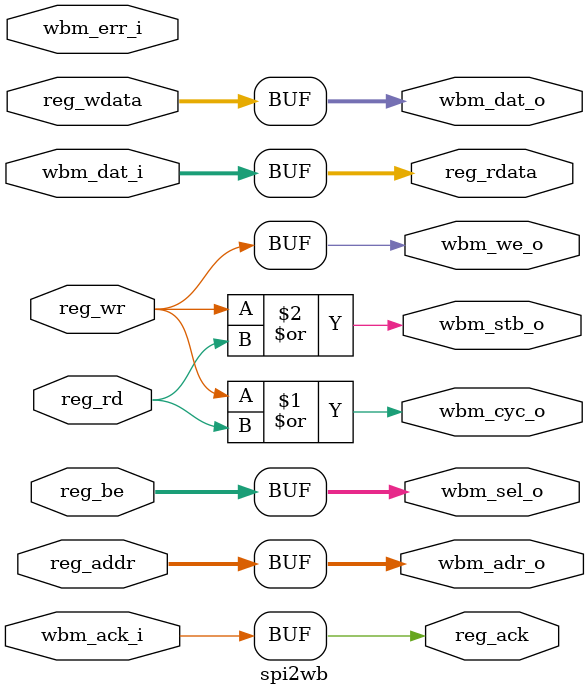
<source format=sv>

module spi2wb(

             //spis_if Interface
             input  logic         reg_wr          , // write request
             input  logic         reg_rd          , // read request
             input  logic [31:0]  reg_addr        , // address
             input  logic  [3:0]  reg_be          , // Byte enable
             input  logic [31:0]  reg_wdata       , // write data
             output logic  [31:0] reg_rdata       , // read data
             output logic         reg_ack         , // read valid

          // WB Master Port
             output  logic        wbm_cyc_o       ,  // strobe/request
             output  logic        wbm_stb_o       ,  // strobe/request
             output  logic [31:0] wbm_adr_o       ,  // address
             output  logic        wbm_we_o        ,  // write
             output  logic [31:0] wbm_dat_o       ,  // data output
             output  logic [3:0]  wbm_sel_o       ,  // byte enable
             input   logic [31:0] wbm_dat_i       ,  // data input
             input   logic        wbm_ack_i       ,  // acknowlegement
             input   logic        wbm_err_i          // error

);



assign wbm_cyc_o = reg_wr | reg_rd;
assign wbm_stb_o = reg_wr | reg_rd;
assign wbm_adr_o = reg_addr;
assign wbm_we_o  = reg_wr;
assign wbm_sel_o = reg_be;
assign wbm_dat_o = reg_wdata;
assign reg_rdata = wbm_dat_i;
assign reg_ack   = wbm_ack_i;


endmodule

</source>
